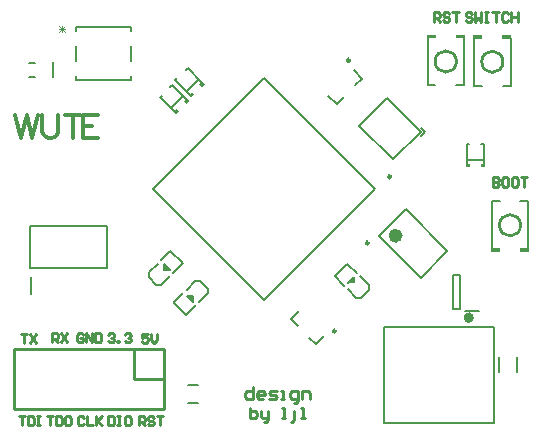
<source format=gbr>
G04*
G04 #@! TF.GenerationSoftware,Altium Limited,Altium Designer,24.0.1 (36)*
G04*
G04 Layer_Color=65535*
%FSLAX25Y25*%
%MOIN*%
G70*
G04*
G04 #@! TF.SameCoordinates,BD3E70BB-0697-4B71-9AF7-6C14A59E7EE9*
G04*
G04*
G04 #@! TF.FilePolarity,Positive*
G04*
G01*
G75*
%ADD10C,0.00984*%
%ADD11C,0.01000*%
%ADD12C,0.01968*%
%ADD13C,0.02362*%
%ADD14C,0.00787*%
%ADD15C,0.00600*%
%ADD16C,0.00598*%
%ADD17C,0.00591*%
%ADD18C,0.01181*%
%ADD19C,0.00300*%
G36*
X78700Y109133D02*
X79681Y110114D01*
X80529Y109265D01*
X79548Y108284D01*
X78700Y109133D01*
D01*
D02*
G37*
G36*
X83167Y113600D02*
X82186Y112619D01*
X83035Y111771D01*
X84016Y112752D01*
X83167Y113600D01*
D01*
D02*
G37*
G36*
X83815Y114818D02*
X84796Y115799D01*
X85644Y114950D01*
X84663Y113969D01*
X83815Y114818D01*
D01*
D02*
G37*
G36*
X88282Y119285D02*
X87301Y118304D01*
X88150Y117456D01*
X89131Y118437D01*
X88282Y119285D01*
D01*
D02*
G37*
G36*
X163132Y133577D02*
X166223D01*
Y134777D01*
X163132D01*
X163132Y133577D01*
D01*
D02*
G37*
G36*
X175868D02*
X172777D01*
Y134777D01*
X175868D01*
X175868Y133577D01*
D01*
D02*
G37*
G36*
X191368Y133477D02*
X188277D01*
Y134677D01*
X191368D01*
X191368Y133477D01*
D02*
G37*
G36*
X181723D02*
X178632D01*
X178632Y134677D01*
X181723D01*
Y133477D01*
D02*
G37*
G36*
X182459Y90669D02*
X181072D01*
Y91869D01*
X182459D01*
Y90669D01*
D02*
G37*
G36*
X177528D02*
X176141D01*
Y91869D01*
X177528D01*
Y90669D01*
D02*
G37*
G36*
X197268Y62423D02*
X194177D01*
Y63623D01*
X197268D01*
X197268Y62423D01*
D02*
G37*
G36*
X187623D02*
X184532D01*
X184532Y63623D01*
X187623D01*
Y62423D01*
D02*
G37*
D10*
X132844Y36030D02*
G03*
X132844Y36030I-492J0D01*
G01*
X151181Y87506D02*
G03*
X151181Y87506I-492J0D01*
G01*
X143836Y65383D02*
G03*
X143836Y65383I-492J0D01*
G01*
X137563Y126252D02*
G03*
X137563Y126252I-492J0D01*
G01*
D11*
X173043Y125900D02*
G03*
X173043Y125900I-3543J0D01*
G01*
X188543Y125800D02*
G03*
X188543Y125800I-3543J0D01*
G01*
X194443Y71300D02*
G03*
X194443Y71300I-3543J0D01*
G01*
X25700Y10000D02*
Y30000D01*
X75700Y10000D02*
Y30000D01*
X25700Y10000D02*
X75700D01*
X65700Y19972D02*
Y30000D01*
Y19972D02*
X75700Y20000D01*
X25700Y30000D02*
X75700D01*
X104200Y10523D02*
Y6981D01*
X105971D01*
X106561Y7571D01*
Y8161D01*
Y8752D01*
X105971Y9342D01*
X104200D01*
X107742D02*
Y7571D01*
X108333Y6981D01*
X110104D01*
Y6390D01*
X109513Y5800D01*
X108923D01*
X110104Y6981D02*
Y9342D01*
X114827Y6981D02*
X116007D01*
X115417D01*
Y10523D01*
X114827D01*
X117778Y5800D02*
X118369D01*
X118959Y6390D01*
Y9342D01*
X121320Y6981D02*
X122501D01*
X121911D01*
Y10523D01*
X121320D01*
X105224Y17448D02*
Y13512D01*
X103256D01*
X102600Y14168D01*
Y15480D01*
X103256Y16136D01*
X105224D01*
X108504Y13512D02*
X107192D01*
X106536Y14168D01*
Y15480D01*
X107192Y16136D01*
X108504D01*
X109160Y15480D01*
Y14824D01*
X106536D01*
X110471Y13512D02*
X112439D01*
X113095Y14168D01*
X112439Y14824D01*
X111127D01*
X110471Y15480D01*
X111127Y16136D01*
X113095D01*
X114407Y13512D02*
X115719D01*
X115063D01*
Y16136D01*
X114407D01*
X118999Y12200D02*
X119655D01*
X120311Y12856D01*
Y16136D01*
X118343D01*
X117687Y15480D01*
Y14168D01*
X118343Y13512D01*
X120311D01*
X121623D02*
Y16136D01*
X123591D01*
X124247Y15480D01*
Y13512D01*
X67100Y4700D02*
Y7699D01*
X68599D01*
X69099Y7199D01*
Y6199D01*
X68599Y5700D01*
X67100D01*
X68100D02*
X69099Y4700D01*
X72098Y7199D02*
X71599Y7699D01*
X70599D01*
X70099Y7199D01*
Y6699D01*
X70599Y6199D01*
X71599D01*
X72098Y5700D01*
Y5200D01*
X71599Y4700D01*
X70599D01*
X70099Y5200D01*
X73098Y7699D02*
X75097D01*
X74098D01*
Y4700D01*
X57000Y7699D02*
Y4700D01*
X58499D01*
X58999Y5200D01*
Y7199D01*
X58499Y7699D01*
X57000D01*
X59999D02*
X60999D01*
X60499D01*
Y4700D01*
X59999D01*
X60999D01*
X63998Y7699D02*
X62998D01*
X62498Y7199D01*
Y5200D01*
X62998Y4700D01*
X63998D01*
X64498Y5200D01*
Y7199D01*
X63998Y7699D01*
X48799Y7199D02*
X48300Y7699D01*
X47300D01*
X46800Y7199D01*
Y5200D01*
X47300Y4700D01*
X48300D01*
X48799Y5200D01*
X49799Y7699D02*
Y4700D01*
X51798D01*
X52798Y7699D02*
Y4700D01*
Y5700D01*
X54797Y7699D01*
X53298Y6199D01*
X54797Y4700D01*
X36500Y7699D02*
X38499D01*
X37500D01*
Y4700D01*
X39499Y7699D02*
Y4700D01*
X40999D01*
X41498Y5200D01*
Y7199D01*
X40999Y7699D01*
X39499D01*
X43998D02*
X42998D01*
X42498Y7199D01*
Y5200D01*
X42998Y4700D01*
X43998D01*
X44497Y5200D01*
Y7199D01*
X43998Y7699D01*
X27100D02*
X29099D01*
X28100D01*
Y4700D01*
X30099Y7699D02*
Y4700D01*
X31599D01*
X32098Y5200D01*
Y7199D01*
X31599Y7699D01*
X30099D01*
X33098D02*
X34098D01*
X33598D01*
Y4700D01*
X33098D01*
X34098D01*
X70199Y35199D02*
X68200D01*
Y33700D01*
X69200Y34199D01*
X69700D01*
X70199Y33700D01*
Y32700D01*
X69700Y32200D01*
X68700D01*
X68200Y32700D01*
X71199Y35199D02*
Y33200D01*
X72199Y32200D01*
X73198Y33200D01*
Y35199D01*
X57000Y34799D02*
X57500Y35299D01*
X58499D01*
X58999Y34799D01*
Y34299D01*
X58499Y33799D01*
X58000D01*
X58499D01*
X58999Y33300D01*
Y32800D01*
X58499Y32300D01*
X57500D01*
X57000Y32800D01*
X59999Y32300D02*
Y32800D01*
X60499D01*
Y32300D01*
X59999D01*
X62498Y34799D02*
X62998Y35299D01*
X63998D01*
X64498Y34799D01*
Y34299D01*
X63998Y33799D01*
X63498D01*
X63998D01*
X64498Y33300D01*
Y32800D01*
X63998Y32300D01*
X62998D01*
X62498Y32800D01*
X48599Y34799D02*
X48099Y35299D01*
X47100D01*
X46600Y34799D01*
Y32800D01*
X47100Y32300D01*
X48099D01*
X48599Y32800D01*
Y33799D01*
X47600D01*
X49599Y32300D02*
Y35299D01*
X51598Y32300D01*
Y35299D01*
X52598D02*
Y32300D01*
X54098D01*
X54597Y32800D01*
Y34799D01*
X54098Y35299D01*
X52598D01*
X38300Y32300D02*
Y35299D01*
X39799D01*
X40299Y34799D01*
Y33799D01*
X39799Y33300D01*
X38300D01*
X39300D02*
X40299Y32300D01*
X41299Y35299D02*
X43298Y32300D01*
Y35299D02*
X41299Y32300D01*
X28000Y35199D02*
X29999D01*
X29000D01*
Y32200D01*
X30999Y35199D02*
X32998Y32200D01*
Y35199D02*
X30999Y32200D01*
X165402Y139226D02*
Y142374D01*
X166976D01*
X167501Y141850D01*
Y140800D01*
X166976Y140275D01*
X165402D01*
X166451D02*
X167501Y139226D01*
X170650Y141850D02*
X170125Y142374D01*
X169075D01*
X168551Y141850D01*
Y141325D01*
X169075Y140800D01*
X170125D01*
X170650Y140275D01*
Y139751D01*
X170125Y139226D01*
X169075D01*
X168551Y139751D01*
X171699Y142374D02*
X173798D01*
X172749D01*
Y139226D01*
X185128Y87274D02*
Y84126D01*
X186702D01*
X187227Y84650D01*
Y85175D01*
X186702Y85700D01*
X185128D01*
X186702D01*
X187227Y86225D01*
Y86750D01*
X186702Y87274D01*
X185128D01*
X189850D02*
X188801D01*
X188276Y86750D01*
Y84650D01*
X188801Y84126D01*
X189850D01*
X190375Y84650D01*
Y86750D01*
X189850Y87274D01*
X192999D02*
X191949D01*
X191425Y86750D01*
Y84650D01*
X191949Y84126D01*
X192999D01*
X193524Y84650D01*
Y86750D01*
X192999Y87274D01*
X194573D02*
X196672D01*
X195623D01*
Y84126D01*
X178240Y141850D02*
X177716Y142374D01*
X176666D01*
X176141Y141850D01*
Y141325D01*
X176666Y140800D01*
X177716D01*
X178240Y140275D01*
Y139751D01*
X177716Y139226D01*
X176666D01*
X176141Y139751D01*
X179290Y142374D02*
Y139226D01*
X180340Y140275D01*
X181389Y139226D01*
Y142374D01*
X182439D02*
X183488D01*
X182963D01*
Y139226D01*
X182439D01*
X183488D01*
X185062Y142374D02*
X187161D01*
X186112D01*
Y139226D01*
X190310Y141850D02*
X189785Y142374D01*
X188736D01*
X188211Y141850D01*
Y139751D01*
X188736Y139226D01*
X189785D01*
X190310Y139751D01*
X191360Y142374D02*
Y139226D01*
Y140800D01*
X193459D01*
Y142374D01*
Y139226D01*
D12*
X176419Y40577D02*
G03*
X176453Y40729I781J-98D01*
G01*
D13*
X153935Y67805D02*
G03*
X153935Y67805I-1181J0D01*
G01*
D14*
X126227Y31576D02*
X129011Y34359D01*
X124000Y33803D02*
X126227Y31576D01*
X117876Y39927D02*
X120659Y42711D01*
X117876Y39927D02*
X120103Y37700D01*
X109000Y46374D02*
X146026Y83400D01*
X71974D02*
X109000Y46374D01*
X71974Y83400D02*
X109000Y120426D01*
X146026Y83400D01*
X175759Y42801D02*
X180483D01*
X174381Y43391D02*
Y54809D01*
X172019D02*
X174381D01*
X172019Y43391D02*
Y54809D01*
Y43391D02*
X174381D01*
X30797Y57202D02*
Y70998D01*
X56403D01*
X56403Y57202D02*
X56403Y70998D01*
X30797Y57202D02*
X56403D01*
X31336Y48254D02*
Y53962D01*
X83428Y12147D02*
X86972D01*
X83428Y18053D02*
X86972D01*
X185507Y5480D02*
Y37479D01*
X148893Y5480D02*
Y37479D01*
X185507D01*
X148893Y5480D02*
X185507D01*
X161106Y53886D02*
X170014Y62795D01*
X147186Y67805D02*
X156095Y76714D01*
X170014Y62795D01*
X147186Y67805D02*
X161106Y53886D01*
X138741Y122911D02*
X141525Y120127D01*
X139297Y117900D02*
X141525Y120127D01*
X130389Y114559D02*
X133173Y111776D01*
X135400Y114003D01*
X30716Y125462D02*
X32684Y125462D01*
X30716Y120738D02*
X32684Y120738D01*
X193251Y22441D02*
Y27559D01*
X187149Y22441D02*
Y27559D01*
D15*
X163432Y117923D02*
X166023D01*
X163432D02*
Y133877D01*
X172977Y117923D02*
X175568D01*
Y133877D01*
X178932Y117823D02*
X181523D01*
X178932D02*
Y133777D01*
X188477Y117823D02*
X191068D01*
Y133777D01*
X194377Y79277D02*
X196968D01*
Y63323D02*
Y79277D01*
X184832D02*
X187423D01*
X184832Y63323D02*
Y79277D01*
X176441Y91569D02*
Y98469D01*
X182159Y91569D02*
Y98469D01*
X176441Y93162D02*
X182159D01*
X152026Y93252D02*
X161297Y102522D01*
X140720Y104559D02*
X152026Y93252D01*
X140720Y104559D02*
X145316Y109155D01*
X149913Y113751D01*
X161297Y102522D01*
X83113Y115943D02*
X87157Y119987D01*
X83404Y123739D02*
X88283Y118861D01*
X79361Y119696D02*
X84239Y114818D01*
X38700Y120600D02*
Y125600D01*
X64450Y125935D02*
Y131185D01*
X46150Y119610D02*
Y121185D01*
X46150Y131185D02*
X46150Y125935D01*
Y135935D02*
Y137510D01*
X64450D01*
Y121185D02*
X64450Y119610D01*
X46150Y119610D02*
X64450Y119610D01*
X64450Y137510D02*
X64450Y135935D01*
X77998Y110258D02*
X82042Y114302D01*
X78289Y118054D02*
X83167Y113176D01*
X74246Y114011D02*
X79124Y109133D01*
D16*
X181347Y98469D02*
X182159D01*
X176441D02*
X177213D01*
X161226Y101023D02*
X162640Y102437D01*
X161226Y103852D02*
X162640Y102437D01*
X79361Y119696D02*
X79907Y120242D01*
X82830Y123165D02*
X83404Y123739D01*
X74246Y114011D02*
X74792Y114557D01*
X77715Y117480D02*
X78289Y118054D01*
D17*
X138787Y54114D02*
X138815Y54087D01*
X138815Y52249D01*
X136894Y52221D02*
X136922Y52249D01*
X138815D01*
X136894Y52221D02*
X138787Y54114D01*
X132523Y54365D02*
X135724Y51163D01*
X136699Y58541D02*
X139901Y55339D01*
X132523Y54365D02*
X136643Y58485D01*
X140965Y54288D02*
X143888Y51364D01*
X143609Y49415D02*
X143888Y49694D01*
X143888Y51364D01*
X141661Y47467D02*
X143609Y49415D01*
X141382Y47188D02*
X141661Y47467D01*
X139712Y47188D02*
X141382D01*
X136789Y50112D02*
X139712Y47188D01*
X137868Y53195D02*
X138815Y52249D01*
X77386Y56485D02*
X77414Y56513D01*
X75549Y56485D02*
X77386Y56485D01*
X75521Y58406D02*
X75549Y58378D01*
Y56485D02*
Y58378D01*
X75521Y58406D02*
X77414Y56513D01*
X74463Y59575D02*
X77665Y62777D01*
X78639Y55399D02*
X81841Y58601D01*
X77665Y62777D02*
X81785Y58657D01*
X74664Y51412D02*
X77588Y54335D01*
X72716Y51691D02*
X72994Y51412D01*
X74664Y51412D01*
X70767Y53639D02*
X72716Y51691D01*
X70488Y53918D02*
X70767Y53639D01*
X70488Y53918D02*
X70488Y55588D01*
X73412Y58511D01*
X75549Y56485D02*
X76495Y57432D01*
X83286Y47687D02*
X83314Y47715D01*
X85151Y47715D01*
Y45822D02*
X85179Y45794D01*
X85151Y45822D02*
Y47715D01*
X83286Y47687D02*
X85179Y45794D01*
X83035Y41423D02*
X86237Y44625D01*
X78859Y45599D02*
X82061Y48801D01*
X78915Y45543D02*
X83035Y41423D01*
X83112Y49865D02*
X86036Y52788D01*
X87706Y52788D02*
X87985Y52509D01*
X86036Y52788D02*
X87706Y52788D01*
X87985Y52509D02*
X89933Y50561D01*
X90212Y50282D01*
Y48612D02*
Y50282D01*
X87288Y45689D02*
X90212Y48612D01*
X84205Y46768D02*
X85151Y47715D01*
D18*
X25981Y108153D02*
X27856Y100281D01*
X29730Y108153D02*
X27856Y100281D01*
X29730Y108153D02*
X31604Y100281D01*
X33479Y108153D02*
X31604Y100281D01*
X35053Y108153D02*
Y102530D01*
X35428Y101406D01*
X36178Y100656D01*
X37302Y100281D01*
X38052D01*
X39177Y100656D01*
X39926Y101406D01*
X40301Y102530D01*
Y108153D01*
X45100D02*
Y100281D01*
X42476Y108153D02*
X47724D01*
X53534D02*
X48661D01*
Y100281D01*
X53534D01*
X48661Y104405D02*
X51660D01*
D19*
X40450Y137884D02*
X42549Y135785D01*
X40450D02*
X42549Y137884D01*
X40450Y136835D02*
X42549D01*
X41500Y135785D02*
Y137884D01*
M02*

</source>
